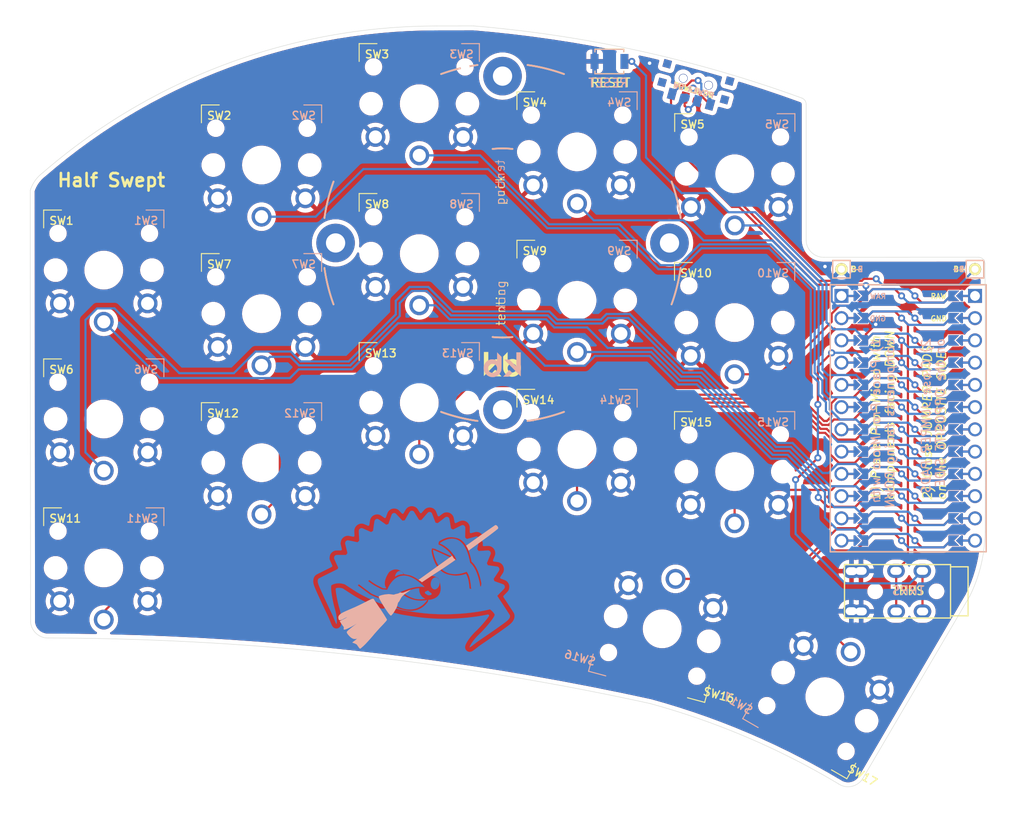
<source format=kicad_pcb>
(kicad_pcb (version 20211014) (generator pcbnew)
  (layers (0 "F.Cu" signal) (31 "B.Cu" signal) (34 "B.Paste" user) (35 "F.Paste" user) (36 "B.SilkS" user "B.Silkscreen") (37 "F.SilkS" user "F.Silkscreen") (38 "B.Mask" user) (39 "F.Mask" user) (44 "Edge.Cuts" user))
  (net 0 "")
  (net 1 "gnd")
  (net 2 "vcc")
  (net 3 "Switch18")
  (net 4 "reset")
  (net 5 "Switch1")
  (net 6 "Switch2")
  (net 7 "Switch3")
  (net 8 "Switch4")
  (net 9 "Switch5")
  (net 10 "Switch6")
  (net 11 "Switch7")
  (net 12 "Switch8")
  (net 13 "Switch9")
  (net 14 "Switch10")
  (net 15 "Switch11")
  (net 16 "Switch12")
  (net 17 "Switch13")
  (net 18 "Switch14")
  (net 19 "Switch15")
  (net 20 "Switch16")
  (net 21 "Switch17")
  (net 22 "raw")
  (net 23 "BT+_r")
  (net 24 "Net-(SW_POWERR1-Pad1)")
  (footprint "kbd:1pin_conn" (layer "F.Cu") (at 126.492 45.974)
    (fp_text reference "B+")
    (fp_text value "MountingHole_Pad" hide)
  )
  (footprint "kbd:1pin_conn" (layer "F.Cu") (at 111.252 45.974)
    (fp_text reference "B-")
    (fp_text value "MountingHole_Pad" hide)
  )
  (footprint "Kailh:TRRS-PJ-DPB2" (layer "F.Cu") (at 123.698 82.75 -90)
    (fp_text reference "J2")
    (fp_text value "AudioJack4dpb" hide)
  )
  (footprint "* duckyb-collection:SW_PG1350_rev_DPB" (layer "F.Cu") (at 27.08 46.08)
    (fp_text reference "SW1" hide)
    (fp_text value "SW_Push" hide)
  )
  (footprint "* duckyb-collection:SW_PG1350_rev_DPB" (layer "F.Cu") (at 45.08 34.08)
    (fp_text reference "SW2" hide)
    (fp_text value "SW_Push" hide)
  )
  (footprint "* duckyb-collection:SW_PG1350_rev_DPB" (layer "F.Cu") (at 63.08 27.08)
    (fp_text reference "SW3" hide)
    (fp_text value "SW_Push" hide)
  )
  (footprint "* duckyb-collection:SW_PG1350_rev_DPB" (layer "F.Cu") (at 81.08 32.58)
    (fp_text reference "SW4" hide)
    (fp_text value "SW_Push" hide)
  )
  (footprint "* duckyb-collection:SW_PG1350_rev_DPB" (layer "F.Cu") (at 99.08 35.08)
    (fp_text reference "SW5" hide)
    (fp_text value "SW_Push" hide)
  )
  (footprint "* duckyb-collection:SW_PG1350_rev_DPB" (layer "F.Cu") (at 27.08 63.08)
    (fp_text reference "SW6" hide)
    (fp_text value "SW_Push" hide)
  )
  (footprint "* duckyb-collection:SW_PG1350_rev_DPB" (layer "F.Cu") (at 45.08 51.054)
    (fp_text reference "SW7" hide)
    (fp_text value "SW_Push" hide)
  )
  (footprint "* duckyb-collection:SW_PG1350_rev_DPB" (layer "F.Cu") (at 63.08 44.196)
    (fp_text reference "SW8" hide)
    (fp_text value "SW_Push" hide)
  )
  (footprint "* duckyb-collection:SW_PG1350_rev_DPB" (layer "F.Cu") (at 81.08 49.53)
    (fp_text reference "SW9" hide)
    (fp_text value "SW_Push" hide)
  )
  (footprint "* duckyb-collection:SW_PG1350_rev_DPB" (layer "F.Cu") (at 99.06 52.07)
    (fp_text reference "SW10" hide)
    (fp_text value "SW_Push" hide)
  )
  (footprint "* duckyb-collection:SW_PG1350_rev_DPB" (layer "F.Cu") (at 27.08 80.08)
    (fp_text reference "SW11" hide)
    (fp_text value "SW_Push" hide)
  )
  (footprint "* duckyb-collection:SW_PG1350_rev_DPB" (layer "F.Cu") (at 45.08 68.072)
    (fp_text reference "SW12" hide)
    (fp_text value "SW_Push" hide)
  )
  (footprint "* duckyb-collection:SW_PG1350_rev_DPB" (layer "F.Cu") (at 63.08 61.214)
    (fp_text reference "SW13" hide)
    (fp_text value "SW_Push" hide)
  )
  (footprint "* duckyb-collection:SW_PG1350_rev_DPB" (layer "F.Cu") (at 81.08 66.548)
    (fp_text reference "SW14" hide)
    (fp_text value "SW_Push" hide)
  )
  (footprint "* duckyb-collection:SW_PG1350_rev_DPB" (layer "F.Cu") (at 99.06 69.088)
    (fp_text reference "SW15" hide)
    (fp_text value "SW_Push" hide)
  )
  (footprint "* duckyb-collection:SW_PG1350_rev_DPB" (layer "F.Cu") (at 109.356 94.78 150)
    (fp_text reference "SW17" hide)
    (fp_text value "SW_Push" hide)
  )
  (footprint "* duckyb-collection:SW_PG1350_rev_DPB" (layer "F.Cu") (at 90.796 87.03 165)
    (fp_text reference "SW16" hide)
    (fp_text value "SW_Push" hide)
  )
  (footprint "* duckyb-collection:ProMicro_jumpers_facedown" (layer "F.Cu") (at 118.872 62.992 -90)
    (fp_text reference "U1" hide)
    (fp_text value "ProMicro-kbd" hide)
  )
  (footprint "kbd:Tenting_Puck2" (layer "F.Cu") (at 72.58 42.98)
    (fp_text reference "REF**")
    (fp_text value "Tenting Puck")
  )
  (footprint "Kailh:SPDT_C128955" (layer "F.Cu") (at 94.6404 24.570573 -15.5)
    (fp_text reference "POWER SW")
    (fp_text value "SW_SPDT")
  )
  (footprint "* duckyb-collection:Tactile-Switch_SMT" (layer "F.Cu") (at 84.7852 22.2504)
    (fp_text reference "RSW2" hide)
    (fp_text value "SW_Push")
  )
  (footprint "Kailh:ferris_broom" (layer "B.Cu") (at 64.008 82.042 170)
    (fp_text reference "G***" hide)
    (fp_text value "LOGO" hide)
  )
  (gr_arc (start 126.885 44.612) (mid 127.41533 44.83167) (end 127.635 45.362) (layer "Edge.Cuts") (width 0.05))
  (gr_line (start 18.690055 36.976702) (end 18.730254 86.245024) (layer "Edge.Cuts") (width 0.05))
  (gr_arc (start 106.78729 26.456889) (mid 107.104079 26.733645) (end 107.222045 27.137419) (layer "Edge.Cuts") (width 0.05))
  (gr_arc (start 89.409134 95.561946) (mid 100.486488 99.421597) (end 110.938 104.748) (layer "Edge.Cuts") (width 0.05))
  (gr_arc (start 18.690055 36.976702) (mid 19.246929 35.858882) (end 20.117 34.963) (layer "Edge.Cuts") (width 0.05))
  (gr_arc (start 109.257002 44.614917) (mid 107.844534 44.065716) (end 107.222001 42.683999) (layer "Edge.Cuts") (width 0.05))
  (gr_arc (start 69.291777 18.200679) (mid 88.315879 21.073764) (end 106.78729 26.456889) (layer "Edge.Cuts") (width 0.05))
  (gr_arc (start 113.67 104.149265) (mid 112.428995 105.01898) (end 110.938 104.748) (layer "Edge.Cuts") (width 0.05))
  (gr_arc (start 20.768 88.081119) (mid 55.288442 89.987554) (end 89.409134 95.561946) (layer "Edge.Cuts") (width 0.05))
  (gr_arc (start 20.768 88.081119) (mid 19.380573 87.572102) (end 18.730254 86.245024) (layer "Edge.Cuts") (width 0.05))
  (gr_line (start 127.635 45.362) (end 127.635 62.484) (layer "Edge.Cuts") (width 0.05))
  (gr_line (start 107.222001 42.683999) (end 107.222045 27.137419) (layer "Edge.Cuts") (width 0.05))
  (gr_line (start 109.257002 44.614917) (end 126.885 44.612) (layer "Edge.Cuts") (width 0.05))
  (gr_arc (start 20.117 34.963) (mid 41.093524 22.531455) (end 65.090389 18.206139) (layer "Edge.Cuts") (width 0.05))
  (gr_line (start 125.888304 83.312) (end 113.67 104.149265) (layer "Edge.Cuts") (width 0.05))
  (gr_arc (start 127.635 75.98785) (mid 127.177913 79.749197) (end 125.888304 83.312) (layer "Edge.Cuts") (width 0.05))
  (gr_line (start 69.291777 18.200679) (end 65.090389 18.206139) (layer "Edge.Cuts") (width 0.05))
  (gr_line (start 127.635 62.484) (end 127.647 69.85) (layer "Edge.Cuts") (width 0.05))
  (gr_line (start 127.647 69.85) (end 127.635 75.98785) (layer "Edge.Cuts") (width 0.05))
  (gr_text "RAW" (at 116.40097 49.0728) (layer "B.SilkS") (effects (font (size 0.6 0.6) (thickness 0.12)) (justify left mirror)))
  (gr_text "B-" (at 113.03 45.974) (layer "B.SilkS") (effects (font (size 0.6 0.6)) (justify mirror)))
  (gr_text "2) Close JUMPER PADS\non the OPPOSITE SIDE" (at 121.7168 53.7464 90) (layer "B.SilkS") (effects (font (size 1 1) (thickness 0.15) italic) (justify left mirror)))
  (gr_text "GND" (at 116.40097 51.6128) (layer "B.SilkS") (effects (font (size 0.6 0.6) (thickness 0.12)) (justify left mirror)))
  (gr_text "1) Place Pro-Micro with\ncomponents facing DOWN" (at 115.9764 53.7464 90) (layer "B.SilkS") (effects (font (size 1 1) (thickness 0.15) italic) (justify left mirror)))
  (gr_text "B+" (at 124.587 45.974) (layer "B.SilkS") (effects (font (size 0.6 0.6)) (justify mirror)))
  (gr_text "1) Place Pro-Micro with\ncomponents facing DOWN" (at 115.9764 72.4408 90) (layer "F.SilkS") (effects (font (size 1 1) (thickness 0.15) italic) (justify left)))
  (gr_text "Half Swept" (at 27.94 35.814) (layer "F.SilkS") (effects (font (size 1.5 1.5) (thickness 0.3))))
  (gr_text "GND" (at 121.3612 51.6128) (layer "F.SilkS") (effects (font (size 0.6 0.6) (thickness 0.12)) (justify left)))
  (gr_text "2) Close JUMPER PADS\non the OPPOSITE SIDE" (at 121.8692 72.4408 90) (layer "F.SilkS") (effects (font (size 1 1) (thickness 0.15) italic) (justify left)))
  (gr_text "TRRS" (at 118.872 82.677) (layer "F.SilkS") (effects (font (size 1 1))))
  (gr_text "RAW" (at 121.3612 49.0728) (layer "F.SilkS") (effects (font (size 0.6 0.6) (thickness 0.12)) (justify left)))
  (segment (start 114.046 53.3908) (end 115.1636 52.2732) (width 0.25) (layer "F.Cu") (net 1))
  (segment (start 118.11 56.642) (end 118.11 54.102) (width 0.25) (layer "F.Cu") (net 1))
  (segment (start 114.046 54.102) (end 114.046 53.3908) (width 0.25) (layer "F.Cu") (net 1))
  (via (at 115.1636 52.2732) (size 0.8) (drill 0.4) (layers "F.Cu" "B.Cu") (net 1))
  (via (at 109.3724 45.6692) (size 0.8) (drill 0.4) (layers "F.Cu" "B.Cu") (net 1))
  (via (at 89.3572 22.4536) (size 0.8) (drill 0.4) (layers "F.Cu" "B.Cu") (net 1))
  (segment (start 112.630511 50.146511) (end 110.661711 50.146511) (width 0.25) (layer "B.Cu") (net 1))
  (segment (start 110.127489 47.098511) (end 111.252 45.974) (width 0.25) (layer "B.Cu") (net 1))
  (segment (start 114.7572 52.2732) (end 114.046 51.562) (width 0.25) (layer "B.Cu") (net 1))
  (segment (start 110.661711 50.146511) (end 110.127489 49.612289) (width 0.25) (layer "B.Cu") (net 1))
  (segment (start 114.046 51.562) (end 112.630511 50.146511) (width 0.25) (layer "B.Cu") (net 1))
  (segment (start 115.1636 52.2732) (end 114.7572 52.2732) (width 0.25) (layer "B.Cu") (net 1))
  (segment (start 110.127489 49.612289) (end 110.127489 47.098511) (width 0.25) (layer "B.Cu") (net 1))
  (segment (start 120.498 85.05) (end 120.498 80.44) (width 0.25) (layer "F.Cu") (net 2))
  (segment (start 108.5596 57.0992) (end 108.5596 61.4172) (width 0.25) (layer "F.Cu") (net 2))
  (segment (start 106.0196 70.0024) (end 106.0704 70.0024) (width 0.25) (layer "F.Cu") (net 2))
  (segment (start 106.0704 70.0024) (end 108.5596 67.5132) (width 0.25) (layer "F.Cu") (net 2))
  (segment (start 120.498 80.44) (end 120.478 80.42) (width 0.25) (layer "F.Cu") (net 2))
  (segment (start 110.1344 55.5244) (end 108.5596 57.0992) (width 0.25) (layer "F.Cu") (net 2))
  (via (at 106.0196 70.0024) (size 0.8) (drill 0.4) (layers "F.Cu" "B.Cu") (net 2))
  (via (at 110.1344 55.5244) (size 0.8) (drill 0.4) (layers "F.Cu" "B.Cu") (net 2))
  (via (at 108.5596 67.5132) (size 0.8) (drill 0.4) (layers "F.Cu" "B.Cu") (net 2))
  (via (at 108.5596 61.4172) (size 0.8) (drill 0.4) (layers "F.Cu" "B.Cu") (net 2))
  (segment (start 108.5596 67.5132) (end 108.5596 61.4172) (width 0.25) (layer "B.Cu") (net 2))
  (segment (start 111.6584 81.8388) (end 119.0592 81.8388) (width 0.25) (layer "B.Cu") (net 2))
  (segment (start 110.141311 55.517489) (end 112.921489 55.517489) (width 0.25) (layer "B.Cu") (net 2))
  (segment (start 112.921489 55.517489) (end 114.046 56.642) (width 0.25) (layer "B.Cu") (net 2))
  (segment (start 119.0592 81.8388) (end 120.478 80.42) (width 0.25) (layer "B.Cu") (net 2))
  (segment (start 106.0196 70.0024) (end 106.0196 76.2) (width 0.25) (layer "B.Cu") (net 2))
  (segment (start 110.1344 55.5244) (end 110.141311 55.517489) (width 0.25) (layer "B.Cu") (net 2))
  (segment (start 106.0196 76.2) (end 111.6584 81.8388) (width 0.25) (layer "B.Cu") (net 2))
  (segment (start 118.11 51.562) (end 118.834511 52.286511) (width 0.25) (layer "F.Cu") (net 3))
  (segment (start 118.834511 52.286511) (end 118.834511 79.063489) (width 0.25) (layer "F.Cu") (net 3))
  (segment (start 117.498 80.44) (end 117.478 80.42) (width 0.25) (layer "F.Cu") (net 3))
  (segment (start 118.834511 79.063489) (end 117.478 80.42) (width 0.25) (layer "F.Cu") (net 3))
  (segment (start 117.498 85.05) (end 117.498 80.44) (width 0.25) (layer "F.Cu") (net 3))
  (segment (start 87.3252 22.2504) (end 86.4852 22.2504) (width 0.25) (layer "F.Cu") (net 4))
  (via (at 87.3252 22.2504) (size 0.8) (drill 0.4) (layers "F.Cu" "B.Cu") (net 4))
  (segment (start 86.4852 22.2504) (end 87.3252 22.2504) (width 0.25) (layer "B.Cu") (net 4))
  (segment (start 87.3252 22.2504) (end 88.9508 23.876) (width 0.25) (layer "B.Cu") (net 4))
  (segment (start 88.9508 33.217792) (end 93.020208 37.2872) (width 0.25) (layer "B.Cu") (net 4))
  (segment (start 88.9508 23.876) (end 88.9508 33.217792) (width 0.25) (layer "B.Cu") (net 4))
  (segment (start 96.172452 37.2872) (end 98.356852 39.4716) (width 0.25) (layer "B.Cu") (net 4))
  (segment (start 109.54488 52.03928) (end 110.3376 52.832) (width 0.25) (layer "B.Cu") (net 4))
  (segment (start 93.020208 37.2872) (end 96.172452 37.2872) (width 0.25) (layer "B.Cu") (net 4))
  (segment (start 109.54488 47.593566) (end 109.54488 52.03928) (width 0.25) (layer "B.Cu") (net 4))
  (segment (start 98.356852 39.4716) (end 101.422914 39.4716) (width 0.25) (layer "B.Cu") (net 4))
  (segment (start 101.422914 39.4716) (end 109.54488 47.593566) (width 0.25) (layer "B.Cu") (net 4))
  (segment (start 110.3376 52.832) (end 112.776 52.832) (width 0.25) (layer "B.Cu") (net 4))
  (segment (start 112.776 52.832) (end 114.046 54.102) (width 0.25) (layer "B.Cu") (net 4))
  (segment (start 108.6104 72.0344) (end 109.6772 73.1012) (width 0.25) (layer "F.Cu") (net 5))
  (segment (start 112.8268 73.1012) (end 114.046 71.882) (width 0.25) (layer "F.Cu") (net 5))
  (segment (start 109.6772 73.1012) (end 112.8268 73.1012) (width 0.25) (layer "F.Cu") (net 5))
  (via (at 108.6104 72.0344) (size 0.8) (drill 0.4) (layers "F.Cu" "B.Cu") (net 5))
  (segment (start 108.6104 71.299954) (end 104.925246 67.6148) (width 0.25) (layer "B.Cu") (net 5))
  (segment (start 60.653557 52.14856) (end 55.398597 57.40352) (width 0.25) (layer "B.Cu") (net 5))
  (segment (start 49.32728 57.40352) (end 48.321289 58.409511) (width 0.25) (layer "B.Cu") (net 5))
  (segment (start 103.2256 67.6148) (end 94.742 59.1312) (width 0.25) (layer "B.Cu") (net 5))
  (segment (start 81.9912 56.9976) (end 77.4192 56.9976) (width 0.25) (layer "B.Cu") (net 5))
  (segment (start 83.10928 55.87952) (end 81.9912 56.9976) (width 0.25) (layer "B.Cu") (net 5))
  (segment (start 72.57016 52.14856) (end 60.653557 52.14856) (width 0.25) (layer "B.Cu") (net 5))
  (segment (start 48.321289 58.409511) (end 33.509511 58.409511) (width 0.25) (layer "B.Cu") (net 5))
  (segment (start 108.6104 72.0344) (end 108.6104 71.299954) (width 0.25) (layer "B.Cu") (net 5))
  (segment (start 94.742 59.1312) (end 92.6084 59.1312) (width 0.25) (layer "B.Cu") (net 5))
  (segment (start 55.398597 57.40352) (end 49.32728 57.40352) (width 0.25) (layer "B.Cu") (net 5))
  (segment (start 92.6084 59.1312) (end 89.35672 55.87952) (width 0.25) (layer "B.Cu") (net 5))
  (segment (start 77.4192 56.9976) (end 72.57016 52.14856) (width 0.25) (layer "B.Cu") (net 5))
  (segment (start 33.509511 58.409511) (end 27.08 51.98) (width 0.25) (layer "B.Cu") (net 5))
  (segment (start 89.35672 55.87952) (end 83.10928 55.87952) (width 0.25) (layer "B.Cu") (net 5))
  (segment (start 104.925246 67.6148) (end 103.2256 67.6148) (width 0.25) (layer "B.Cu") (net 5))
  (segment (start 108.62576 60.316396) (end 109.48168 61.172316) (width 0.25) (layer "B.Cu") (net 6))
  (segment (start 108.62576 58.869314) (end 108.62576 60.316396) (width 0.25) (layer "B.Cu") (net 6))
  (segment (start 95.276118 43.5864) (end 102.994846 43.5864) (width 0.25) (layer "B.Cu") (net 6))
  (segment (start 85.69192 41.29272) (end 90.36552 45.96632) (width 0.25) (layer "B.Cu") (net 6))
  (segment (start 110.0328 64.8716) (end 110.838689 65.677489) (width 0.25) (layer "B.Cu") (net 6))
  (segment (start 110.838689 65.677489) (end 112.921489 65.677489) (width 0.25) (layer "B.Cu") (net 6))
  (segment (start 109.48168 62.177698) (end 110.0328 62.728818) (width 0.25) (layer "B.Cu") (net 6))
  (segment (start 90.36552 45.96632) (end 92.896198 45.96632) (width 0.25) (layer "B.Cu") (net 6))
  (segment (start 70.941483 34.544) (end 77.690203 41.29272) (width 0.25) (layer "B.Cu") (net 6))
  (segment (start 110.0328 62.728818) (end 110.0328 64.8716) (width 0.25) (layer "B.Cu") (net 6))
  (segment (start 102.994846 43.5864) (end 107.7468 48.338354) (width 0.25) (layer "B.Cu") (net 6))
  (segment (start 45.08 39.98) (end 51.2568 39.98) (width 0.25) (layer "B.Cu") (net 6))
  (segment (start 109.48168 61.172316) (end 109.48168 62.177698) (width 0.25) (layer "B.Cu") (net 6))
  (segment (start 51.2568 39.98) (end 56.6928 34.544) (width 0.25) (layer "B.Cu") (net 6))
  (segment (start 112.921489 65.677489) (end 114.046 66.802) (width 0.25) (layer "B.Cu") (net 6))
  (segment (start 107.7468 57.990354) (end 108.62576 58.869314) (width 0.25) (layer "B.Cu") (net 6))
  (segment (start 92.896198 45.96632) (end 95.276118 43.5864) (width 0.25) (layer "B.Cu") (net 6))
  (segment (start 56.6928 34.544) (end 70.941483 34.544) (width 0.25) (layer "B.Cu") (net 6))
  (segment (start 107.7468 48.338354) (end 107.7468 57.990354) (width 0.25) (layer "B.Cu") (net 6))
  (segment (start 77.690203 41.29272) (end 85.69192 41.29272) (width 0.25) (layer "B.Cu") (net 6))
  (segment (start 103.181044 43.13688) (end 108.19632 48.152156) (width 0.25) (layer "B.Cu") (net 7))
  (segment (start 92.71 45.5168) (end 95.089921 43.13688) (width 0.25) (layer "B.Cu") (net 7))
  (segment (start 63.08 32.98) (end 70.0132 32.98) (width 0.25) (layer "B.Cu") (net 7))
  (segment (start 95.089921 43.13688) (end 103.181044 43.13688) (width 0.25) (layer "B.Cu") (net 7))
  (segment (start 109.9312 61.9915) (end 111.077189 63.137489) (width 0.25) (layer "B.Cu") (net 7))
  (segment (start 112.921489 63.137489) (end 114.046 64.262) (width 0.25) (layer "B.Cu") (net 7))
  (segment (start 90.596601 45.5168) (end 92.71 45.5168) (width 0.25) (layer "B.Cu") (net 7))
  (segment (start 85.923001 40.8432) (end 90.596601 45.5168) (width 0.25) (layer "B.Cu") (net 7))
  (segment (start 108.19632 57.804156) (end 109.07528 58.683116) (width 0.25) (layer "B.Cu") (net 7))
  (segment (start 109.9312 60.986118) (end 109.9312 61.9915) (width 0.25) (layer "B.Cu") (net 7))
  (segment (start 70.0132 32.98) (end 77.8764 40.8432) (width 0.25) (layer "B.Cu") (net 7))
  (segment (start 108.19632 48.152156) (end 108.19632 57.804156) (width 0.25) (layer "B.Cu") (net 7))
  (segment (start 109.07528 58.683116) (end 109.07528 60.130198) (width 0.25) (layer "B.Cu") (net 7))
  (segment (start 77.8764 40.8432) (end 85.923001 40.8432) (width 0.25) (layer "B.Cu") (net 7))
  (segment (start 109.07528 60.130198) (end 109.9312 60.986118) (width 0.25) (layer "B.Cu") (net 7))
  (segment (start 111.077189 63.137489) (end 112.921489 63.137489) (width 0.25) (layer "B.Cu") (net 7))
  (segment (start 109.5248 58.496918) (end 109.5248 59.944) (width 0.25) (layer "B.Cu") (net 8))
  (segment (start 108.64584 47.965958) (end 108.64584 57.617958) (width 0.25) (layer "B.Cu") (net 8))
  (segment (start 108.64584 57.617958) (end 109.5248 58.496918) (width 0.25) (layer "B.Cu") (net 8))
  (segment (start 110.178289 60.597489) (end 112.921489 60.597489) (width 0.25) (layer "B.Cu") (net 8))
  (segment (start 109.5248 59.944) (end 110.178289 60.597489) (width 0.25) (layer "B.Cu") (net 8))
  (segment (start 103.367242 42.68736) (end 108.64584 47.965958) (width 0.25) (layer "B.Cu") (net 8))
  (segment (start 95.51936 42.68736) (end 103.367242 42.68736) (width 0.25) (layer "B.Cu") (net 8))
  (segment (start 81.08 38.48) (end 82.986 40.386) (width 0.25) (layer "B.Cu") (net 8))
  (segment (start 82.986 40.386) (end 93.218 40.386) (width 0.25) (layer "B.Cu") (net 8))
  (segment (start 93.218 40.386) (end 95.51936 42.68736) (width 0.25) (layer "B.Cu") (net 8))
  (segment (start 112.921489 60.597489) (end 114.046 61.722) (width 0.25) (layer "B.Cu") (net 8))
  (segment (start 102.2956 40.98) (end 109.09536 47.779763) (width 0.25) (layer "B.Cu") (net 9))
  (segment (start 109.728 58.0644) (end 110.7793 58.0644) (width 0.25) (layer "B.Cu") (net 9))
  (segment (start 110.7793 58.0644) (end 110.786211 58.057489) (width 0.25) (layer "B.Cu") (net 9))
  (segment (start 110.786211 58.057489) (end 112.921489 58.057489) (width 0.25) (layer "B.Cu") (net 9))
  (segment (start 109.09536 57.43176) (end 109.728 58.0644) (width 0.25) (layer "B.Cu") (net 9))
  (segment (start 99.08 40.98) (end 102.2956 40.98) (width 0.25) (layer "B.Cu") (net 9))
  (segment (start 112.921489 58.057489) (end 114.046 59.182) (width 0.25) (layer "B.Cu") (net 9))
  (segment (start 109.09536 47.779763) (end 109.09536 57.43176) (width 0.25) (layer "B.Cu") (net 9))
  (segment (start 103.970392 65.81672) (end 105.670037 65.81672) (width 0.25) (layer "B.Cu") (net 10))
  (segment (start 105.933359 66.080043) (end 109.093716 69.2404) (width 0.25) (layer "B.Cu") (net 10))
  (segment (start 109.093716 69.2404) (end 109.7633 69.2404) (width 0.25) (layer "B.Cu") (net 10))
  (segment (start 24.990979 66.890979) (end 24.990979 51.767821) (width 0.25) (layer "B.Cu") (net 10))
  (segment (start 66.9036 50.8) (end 77.9272 50.8) (width 0.25) (layer "B.Cu") (net 10))
  (segment (start 41.926209 57.844991) (end 44.3992 55.372) (width 0.25) (layer "B.Cu") (net 10))
  (segment (start 87.373843 51.353772) (end 93.353192 57.33312) (width 0.25) (layer "B.Cu") (net 10))
  (segment (start 105.670037 65.81672) (end 105.933359 66.080043) (width 0.25) (layer "B.Cu") (net 10))
  (segment (start 78.85696 51.72976) (end 83.80464 51.72976) (width 0.25) (layer "B.Cu") (net 10))
  (segment (start 110.786211 68.217489) (end 112.921489 68.217489) (width 0.25) (layer "B.Cu") (net 10))
  (segment (start 95.486792 57.33312) (end 103.970392 65.81672) (width 0.25) (layer "B.Cu") (net 10))
  (segment (start 55.026202 56.50448) (end 60.4012 51.129482) (width 0.25) (layer "B.Cu") (net 10))
  (segment (start 64.1096 48.006) (end 66.9036 50.8) (width 0.25) (layer "B.Cu") (net 10))
  (segment (start 84.443951 51.090449) (end 87.110521 51.090449) (width 0.25) (layer "B.Cu") (net 10))
  (segment (start 48.4124 55.372) (end 49.54488 56.50448) (width 0.25) (layer "B.Cu") (net 10))
  (segment (start 109.7633 69.2404) (end 110.786211 68.217489) (width 0.25) (layer "B.Cu") (net 10))
  (segment (start 61.976 48.006) (end 64.1096 48.006) (width 0.25) (layer "B.Cu") (net 10))
  (segment (start 87.110521 51.090449) (end 87.373843 51.353772) (width 0.25) (layer "B.Cu") (net 10))
  (segment (start 60.4012 49.5808) (end 61.976 48.006) (width 0.25) (layer "B.Cu") (net 10))
  (segment (start 28.2956 50.4444) (end 35.696191 57.844991) (width 0.25) (layer "B.Cu") (net 10))
  (segment (start 93.353192 57.33312) (end 95.486792 57.33312) (width 0.25) (layer "B.Cu") (net 10))
  (segment (start 83.80464 51.72976) (end 84.443951 51.090449) (width 0.25) (layer "B.Cu") (net 10))
  (segment (start 49.54488 56.50448) (end 55.026202 56.50448) (width 0.25) (layer "B.Cu") (net 10))
  (segment (start 27.08 68.98) (end 24.990979 66.890979) (width 0.25) (layer "B.Cu") (net 10))
  (segment (start 35.696191 57.844991) (end 41.926209 57.844991) (width 0.25) (layer "B.Cu") (net 10))
  (segment (start 77.9272 50.8) (end 78.85696 51.72976) (width 0.25) (layer "B.Cu") (net 10))
  (segment (start 26.3144 50.4444) (end 28.2956 50.4444) (width 0.25) (layer "B.Cu") (net 10))
  (segment (start 24.990979 51.767821) (end 26.3144 50.4444) (width 0.25) (layer "B.Cu") (net 10))
  (segment (start 44.3992 55.372) (end 48.4124 55.372) (width 0.25) (layer "B.Cu") (net 10))
  (segment (start 60.4012 51.129482) (end 60.4012 49.5808) (width 0.25) (layer "B.Cu") (net 10))
  (segment (start 112.921489 68.217489) (end 114.046 69.342) (width 0.25) (layer "B.Cu") (net 10))
  (segment (start 103.784194 66.26624) (end 105.483839 66.26624) (width 0.25) (layer "B.Cu") (net 11))
  (segment (start 86.924323 51.539969) (end 93.166994 57.78264) (width 0.25) (layer "B.Cu") (net 11))
  (segment (start 93.166994 57.78264) (end 95.300594 57.78264) (width 0.25) (layer "B.Cu") (net 11))
  (segment (start 95.300594 57.78264) (end 103.784194 66.26624) (width 0.25) (layer "B.Cu") (net 11))
  (segment (start 109.975089 70.757489) (end 112.921489 70.757489) (width 0.25) (layer "B.Cu") (net 11))
  (segment (start 112.921489 70.757489) (end 114.046 71.882) (width 0.25) (layer "B.Cu") (net 11))
  (segment (start 60.85072 49.84248) (end 62.23768 48.45552) (width 0.25) (layer "B.Cu") (net 11))
  (segment (start 48.378602 55.97392) (end 49.358683 56.954) (width 0.25) (layer "B.Cu") (net 11))
  (segment (start 46.06008 55.97392) (end 48.378602 55.97392) (width 0.25) (layer "B.Cu") (net 11))
  (segment (start 62.23768 48.45552) (end 63.923403 48.45552) (width 0.25) (layer "B.Cu") (net 11))
  (segment (start 60.85072 51.315679) (end 60.85072 49.84248) (width 0.25) (layer "B.Cu") (net 11))
  (segment (start 45.08 56.954) (end 46.06008 55.97392) (width 0.25) (layer "B.Cu") (net 11))
  (segment (start 66.717403 51.24952) (end 77.741002 51.24952) (width 0.25) (layer "B.Cu") (net 11))
  (segment (start 84.630149 51.539969) (end 86.924323 51.539969) (width 0.25) (layer "B.Cu") (net 11))
  (segment (start 78.670762 52.17928) (end 83.990838 52.17928) (width 0.25) (layer "B.Cu") (net 11))
  (segment (start 105.483839 66.26624) (end 109.975089 70.757489) (width 0.25) (layer "B.Cu") (net 11))
  (segment (start 63.923403 48.45552) (end 66.717403 51.24952) (width 0.25) (layer "B.Cu") (net 11))
  (segment (start 55.2124 56.954) (end 60.85072 51.315679) (width 0.25) (layer "B.Cu") (net 11))
  (segment (start 49.358683 56.954) (end 55.2124 56.954) (width 0.25) (layer "B.Cu") (net 11))
  (segment (start 77.741002 51.24952) (end 78.670762 52.17928) (width 0.25) (layer "B.Cu") (net 11))
  (segment (start 83.990838 52.17928) (end 84.630149 51.539969) (width 0.25) (layer "B.Cu") (net 11))
  (segment (start 84.582 54.9656) (end 89.714236 54.9656) (width 0.25) (layer "B.Cu") (net 12))
  (segment (start 109.82192 71.240039) (end 109.82192 72.53472) (width 0.25) (layer "B.Cu") (net 12))
  (segment (start 64.928165 50.096) (end 66.531206 51.69904) (width 0.25) (layer "B.Cu") (net 12))
  (segment (start 109.82192 72.53472) (end 110.4392 73.152) (width 0.25) (layer "B.Cu") (net 12))
  (segment (start 89.714236 54.9656) (end 92.980796 58.23216) (width 0.25) (layer "B.Cu") (net 12))
  (segment (start 63.08 50.096) (end 64.928165 50.096) (width 0.25) (layer "B.Cu") (net 12))
  (segment (start 103.597996 66.71576) (end 105.297641 66.71576) (width 0.25) (layer "B.Cu") (net 12))
  (segment (start 95.114396 58.23216) (end 103.597996 66.71576) (width 0.25) (layer "B.Cu") (net 12))
  (segment (start 82.2452 52.6288) (end 84.582 54.9656) (width 0.25) (layer "B.Cu") (net 12))
  (segment (start 66.531206 51.69904) (end 77.554804 51.69904) (width 0.25) (layer "B.Cu") (net 12))
  (segment (start 92.980796 58.23216) (end 95.114396 58.23216) (width 0.25) (layer "B.Cu") (net 12))
  (segment (start 112.776 73.152) (end 114.046 74.422) (width 0.25) (layer "B.Cu") (net 12))
  (segment (start 78.484565 52.6288) (end 82.2452 52.6288) (width 0.25) (layer "B.Cu") (net 12))
  (segment (start 110.4392 73.152) (end 112.776 73.152) (width 0.25) (layer "B.Cu") (net 12))
  (segment (start 105.297641 66.71576) (end 109.82192 71.240039) (width 0.25) (layer "B.Cu") (net 12))
  (segment (start 77.554804 51.69904) (end 78.484565 52.6288) (width 0.25) (layer "B.Cu") (net 12))
  (segment (start 112.776 75.692) (end 114.046 76.962) (width 0.25) (layer "B.Cu") (net 13))
  (segment (start 105.111444 67.16528) (end 109.3724 71.426236) (width 0.25) (layer "B.Cu") (net 13))
  (segment (start 110.744 75.692) (end 112.776 75.692) (width 0.25) (layer "B.Cu") (net 13))
  (segment (start 103.411798 67.16528) (end 105.111444 67.16528) (width 0.25) (layer "B.Cu") (net 13))
  (segment (start 81.08 55.43) (end 89.542918 55.43) (width 0.25) (layer "B.Cu") (net 13))
  (segment (start 89.542918 55.43) (end 92.794598 58.68168) (width 0.25) (layer "B.Cu") (net 13))
  (segment (start 109.3724 71.426236) (end 109.3724 74.3204) (width 0.25) (layer "B.Cu") (net 13))
  (segment (start 94.928198 58.68168) (end 103.411798 67.16528) (width 0.25) (layer "B.Cu") (net 13))
  (segment (start 109.3724 74.3204) (end 110.744 75.692) (width 0.25) (layer "B.Cu") (net 13))
  (segment (start 92.794598 58.68168) (end 94.928198 58.68168) (width 0.25) (layer "B.Cu") (net 13))
  (segment (start 112.921489 50.146511) (end 114.046 49.022) (width 0.25) (layer "F.Cu") (net 14))
  (segment (start 110.127489 51.060911) (end 111.041889 50.146511) (width 0.25) (layer "F.Cu") (net 14))
  (segment (start 104.1328 57.97) (end 110.127489 51.975311) (width 0.25) (layer "F.Cu") (net 14))
  (segment (start 111.041889 50.146511) (end 112.921489 50.146511) (width 0.25) (layer "F.Cu") (net 14))
  (segment (start 110.127489 51.975311) (end 110.127489 51.060911) (width 0.25) (layer "F.Cu") (net 14))
  (segment (start 99.06 57.97) (end 104.1328 57.97) (width 0.25) (layer "F.Cu") (net 14))
  (segment (start 106.257265 60.306511) (end 109.255234 63.30448) (width 0.25) (layer "F.Cu") (net 15))
  (segment (start 30.6324 74.676) (end 41.360819 63.947581) (width 0.25) (layer "F.Cu") (net 15))
  (segment (start 112.630511 60.597489) (end 114.046 59.182) (width 0.25) (layer "F.Cu") (net 15))
  (segment (start 27.08 85.0864) (end 30.6324 81.534) (width 0.25) (layer "F.Cu") (net 15))
  (segment (start 41.360819 63.947581) (end 46.719501 63.947581) (width 0.25) (layer "F.Cu") (net 15))
  (segment (start 110.0836 61.3001) (end 110.786211 60.597489) (width 0.25) (layer "F.Cu") (net 15))
  (segment (start 91.088481 60.306511) (end 106.257265 60.306511) (width 0.25) (layer "F.Cu") (net 15))
  (segment (start 109.255234 63.30448) (end 109.592602 63.30448) (width 0.25) (layer "F.Cu") (net 15))
  (segment (start 109.592602 63.30448) (end 110.0836 62.813482) (width 0.25) (layer "F.Cu") (net 15))
  (segment (start 46.719501 63.947581) (end 52.247082 58.42) (width 0.25) (layer "F.Cu") (net 15))
  (segment (start 30.6324 81.534) (end 30.6324 74.676) (width 0.25) (layer "F.Cu") (net 15))
  (segment (start 110.786211 60.597489) (end 112.630511 60.597489) (width 0.25) (layer "F.Cu") (net 15))
  (segment (start 52.247082 58.42) (end 89.20197 58.42) (width 0.25) (layer "F.Cu") (net 15))
  (segment (start 27.08 85.98) (end 27.08 85.0864) (width 0.25) (layer "F.Cu") (net 15))
  (segment (start 89.20197 58.42) (end 91.088481 60.306511) (width 0.25) (layer "F.Cu") (net 15))
  (segment (start 110.0836 62.813482) (end 110.0836 61.3001) (width 0.25) (layer "F.Cu") (net 15))
  (segment (start 112.630511 63.137489) (end 114.046 61.722) (width 0.25) (layer "F.Cu") (net 16))
  (segment (start 47.1424 71.9096) (end 47.1424 70.161021) (width 0.25) (layer "F.Cu") (net 16))
  (segment (start 52.43328 58.86952) (end 89.015773 58.86952) (width 0.25) (layer "F.Cu") (net 16))
  (segment (start 47.169021 70.161021) (end 47.169021 64.133779) (width 0.25) (layer "F.Cu") (net 16))
  (segment (start 109.7788 63.754) (end 110.395311 63.137489) (width 0.25) (layer "F.Cu") (net 16))
  (segment (start 47.1424 70.161021) (end 47.169021 70.161021) (width 0.25) (layer "F.Cu") (net 16))
  (segment (start 110.395311 63.137489) (end 112.630511 63.137489) (width 0.25) (layer "F.Cu") (net 16))
  (segment (start 47.169021 64.133779) (end 52.43328 58.86952) (width 0.25) (layer "F.Cu") (net 16))
  (segment (start 90.902284 60.756031) (end 106.071067 60.756031) (width 0.25) (layer "F.Cu") (net 16))
  (segment (start 45.08 73.972) (end 47.1424 71.9096) (width 0.25) (layer "F.Cu") (net 16))
  (segment (start 106.071067 60.756031) (end 109.069036 63.754) (width 0.25) (layer "F.Cu") (net 16))
  (segment (start 89.015773 58.86952) (end 90.902284 60.756031) (width 0.25) (layer "F.Cu") (net 16))
  (segment (start 109.069036 63.754) (end 109.7788 63.754) (width 0.25) (layer "F.Cu") (net 16))
  (segment (start 63.08 64.980992) (end 68.741952 59.31904) (width 0.25) (layer "F.Cu") (net 17))
  (segment (start 90.716086 61.205551) (end 105.884869 61.205551) (width 0.25) (layer "F.Cu") (net 17))
  (segment (start 112.8776 65.4304) (end 114.046 64.262) (width 0.25) (layer "F.Cu") (net 17))
  (segment (start 63.08 67.114) (end 63.08 64.980992) (width 0.25) (layer "F.Cu") (net 17))
  (segment (start 110.7948 65.4304) (end 112.8776 65.4304) (width 0.25) (layer "F.Cu") (net 17))
  (segment (start 88.829575 59.31904) (end 90.716086 61.205551) (width 0.25) (layer "F.Cu") (net 17))
  (segment (start 108.882839 64.20352) (end 109.56792 64.20352) (width 0.25) (layer "F.Cu") (net 17))
  (segment (start 109.56792 64.20352) (end 110.7948 65.4304) (width 0.25) (layer "F.Cu") (net 17))
  (segment (start 68.741952 59.31904) (end 88.829575 59.31904) (width 0.25) (layer "F.Cu") (net 17))
  (segment (start 105.884869 61.205551) (end 108.882839 64.20352) (width 0.25) (layer "F.Cu") (net 17))
  (segment (start 89.170129 61.655071) (end 105.698671 61.655071) (width 0.25) (layer "F.Cu") (net 18))
  (segment (start 109.381722 64.65304) (end 109.982 65.253318) (width 0.25) (layer "F.Cu") (net 18))
  (segment (start 109.982 67.1223) (end 110.9317 68.072) (width 0.25) (layer "F.Cu") (net 18))
  (segment (start 108.696642 64.65304) (end 109.381722 64.65304) (width 0.25) (layer "F.Cu") (net 18))
  (segment (start 81.08 69.7452) (end 89.170129 61.655071) (width 0.25) (layer "F.Cu") (net 18))
  (segment (start 109.982 65.253318) (end 109.982 67.1223) (width 0.25) (layer "F.Cu") (net 18))
  (segment (start 105.698671 61.655071) (end 108.696642 64.65304) (width 0.25) (layer "F.Cu") (net 18))
  (segment (start 81.08 72.448) (end 81.08 69.7452) (width 0.25) (layer "F.Cu") (net 18))
  (segment (start 112.776 68.072) (end 114.046 66.802) (width 0.25) (layer "F.Cu") (net 18))
  (segment (start 110.9317 68.072) (end 112.776 68.072) (width 0.25) (layer "F.Cu") (net 18))
  (segment (start 110.12665 71.1708) (end 110.539961 70.757489) (width 0.25) (layer "F.Cu") (net 19))
  (segment (start 99.06 74.988) (end 99.06 72.854992) (width 0.25) (layer "F.Cu") (net 19))
  (segment (start 100.744192 71.1708) (end 110.12665 71.1708) (width 0.25) (layer "F.Cu") (net 19))
  (segment (start 112.630511 70.757489) (end 114.046 69.342) (width 0.25) (layer "F.Cu") (net 19))
  (segment (start 99.06 72.854992) (end 100.744192 71.1708) (width 0.25) (layer "F.Cu") (net 19))
  (segment (start 110.539961 70.757489) (end 112.630511 70.757489) (width 0.25) (layer "F.Cu") (net 19))
  (segment (start 110.786211 75.546511) (end 112.921489 75.546511) (width 0.25) (layer "F.Cu") (net 20))
  (segment (start 112.921489 75.546511) (end 114.046 74.422) (width 0.25) (layer "F.Cu") (net 20))
  (segment (start 105.001684 81.331038) (end 110.786211 75.546511) (width 0.25) (layer "F.Cu") (net 20))
  (segment (start 92.323032 81.331038) (end 105.001684 81.331038) (width 0.25) (layer "F.Cu") (net 20))
  (segment (start 108.881929 78.086511) (end 112.921489 78.086511) (width 0.25) (layer "F.Cu") (net 21))
  (segment (start 105.41 82.77445) (end 105.41 81.55844) (width 0.25) (layer "F.Cu") (net 21))
  (segment (start 105.41 81.55844) (end 108.881929 78.086511) (width 0.25) (layer "F.Cu") (net 21))
  (segment (start 112.921489 78.086511) (end 114.046 76.962) (width 0.25) (layer "F.Cu") (net 21))
  (segment (start 112.306 89.67045) (end 105.41 82.77445) (width 0.25) (layer "F.Cu") (net 21))
  (segment (start 108.458 47.752) (end 99.568 38.862) (width 0.25) (layer "F.Cu") (net 22))
  (segment (start 114.046 47.8536) (end 113.9444 47.752) (width 0.25) (layer "F.Cu") (net 22))
  (segment (start 99.568 38.862) (end 98.7552 38.862) (width 0.25) (layer "F.Cu") (net 22))
  (segment (start 92.888235 24.998297) (end 93.611089 24.998297) (width 0.25) (layer "F.Cu") (net 22))
  (segment (start 113.9444 47.752) (end 108.458 47.752) (width 0.25) (layer "F.Cu") (net 22))
  (segment (start 95.96888 36.07568) (end 95.96888 35.735872) (width 0.25) (layer "F.Cu") (net 22))
  (segment (start 93.611089 24.998297) (end 94.174586 24.4348) (width 0.25) (layer "F.Cu") (net 22))
  (segment (start 91.80328 26.083252) (end 91.917712 25.96882) (width 0.25) (layer "F.Cu") (net 22))
  (segment (start 91.80328 31.570272) (end 91.80328 26.083252) (width 0.25) (layer "F.Cu") (net 22))
  (segment (start 95.96888 35.735872) (end 91.80328 31.570272) (width 0.25) (layer "F.Cu") (net 22))
  (segment (start 98.7552 38.862) (end 95.96888 36.07568) (width 0.25) (layer "F.Cu") (net 22))
  (segment (start 94.174586 24.4348) (end 94.8944 24.4348) (width 0.25) (layer "F.Cu") (net 22))
  (segment (start 91.917712 25.96882) (end 92.888235 24.998297) (width 0.25) (layer "F.Cu") (net 22))
  (via (at 94.8944 24.4348) (size 0.8) (drill 0.4) (layers "F.Cu" "B.Cu") (net 22))
  (via (at 114.046 47.8536) (size 0.8) (drill 0.4) (layers "F.Cu" "B.Cu") (net 22))
  (segment (start 94.8944 24.4348) (end 95.261325 24.801725) (width 0.25) (layer "B.Cu") (net 22))
  (segment (start 114.046 47.8536) (end 114.046 49.022) (width 0.25) (layer "B.Cu") (net 22))
  (segment (start 95.261325 24.801725) (end 95.261325 25.53008) (width 0.25) (layer "B.Cu") (net 22))
  (segment (start 96.254049 26.522804) (end 96.254049 27.171393) (width 0.25) (layer "B.Cu") (net 22))
  (segment (start 95.261325 25.53008) (end 96.254049 26.522804) (width 0.25) (layer "B.Cu") (net 22))
  (segment (start 98.941398 38.41248) (end 96.4184 35.889482) (width 0.25) (layer "F.Cu") (net 23))
  (segment (start 96.4184 35.549674) (end 92.2528 31.384074) (width 0.25) (layer "F.Cu") (net 23))
  (segment (start 115.2144 47.072415) (end 113.802571 47.072415) (width 0.25) (layer "F.Cu") (net 23))
  (segment (start 113.572506 47.30248) (end 108.644198 47.30248) (width 0.25) (layer "F.Cu") (net 23))
  (segment (start 99.754198 38.41248) (end 98.941398 38.41248) (width 0.25) (layer "F.Cu") (net 23))
  (segment (start 92.2528 27.480034) (end 93.363158 26.369676) (width 0.25) (layer "F.Cu") (net 23))
  (segment (start 93.363158 27.323158) (end 93.7768 27.7368) (width 0.25) (layer "F.Cu") (net 23))
  (segment (start 92.2528 31.384074) (end 92.2528 27.480034) (width 0.25) (layer "F.Cu") (net 23))
  (segment (start 108.644198 47.30248) (end 99.754198 38.41248) (width 0.25) (layer "F.Cu") (net 23))
  (segment (start 113.802571 47.072415) (end 113.572506 47.30248) (width 0.25) (layer "F.Cu") (net 23))
  (segment (start 93.363158 26.369676) (end 93.363158 27.323158) (width 0.25) (layer "F.Cu") (net 23))
  (segment (start 96.4184 35.889482) (end 96.4184 35.549674) (width 0.25) (layer "F.Cu") (net 23))
  (via (at 115.2144 47.072415) (size 0.8) (drill 0.4) (layers "F.Cu" "B.Cu") (net 23))
  (via (at 93.7768 27.7368) (size 0.8) (drill 0.4) (layers "F.Cu" "B.Cu") (net 23))
  (segment (start 115.2144 47.072415) (end 115.893985 47.752) (width 0.25) (layer "B.Cu") (net 23))
  (segment (start 124.714 47.752) (end 126.492 45.974) (width 0.25) (layer "B.Cu") (net 23))
  (segment (start 93.7768 27.7368) (end 93.842337 27.7368) (width 0.25) (layer "B.Cu") (net 23))
  (segment (start 93.842337 27.7368) (end 94.808603 26.770534) (width 0.25) (layer "B.Cu") (net 23))
  (segment (start 115.893985 47.752) (end 124.714 47.752) (width 0.25) (layer "B.Cu") (net 23))
  (segment (start 94.381056 25.2984) (end 96.254049 27.171393) (width 0.25) (layer "F.Cu") (net 24))
  (segment (start 94.3356 25.2984) (end 94.381056 25.2984) (width 0.25) (layer "F.Cu") (net 24))
  (via (at 94.3356 25.2984) (size 0.8) (drill 0.4) (layers "F.Cu" "B.Cu") (net 24))
  (segment (start 92.588132 25.2984) (end 94.3356 25.2984) (width 0.25) (layer "B.Cu") (net 24))
  (segment (start 91.917712 25.96882) (end 92.588132 25.2984) (width 0.25) (layer "B.Cu") (net 24))
  (zone (net 1) (net_name "gnd") (layers F&B.Cu) (connect_pads (clearance 0.508)) (min_thickness 0.254) (fill yes (thermal_gap 0.508) (thermal_bridge_width 0.508) (island_removal_mode 1) (island_area_min 0))
    (polygon (pts (xy 15.24 15.24) (xy 132.08 15.24) (xy 132.08 109.22) (xy 15.24 109.22)))
  )
)
</source>
